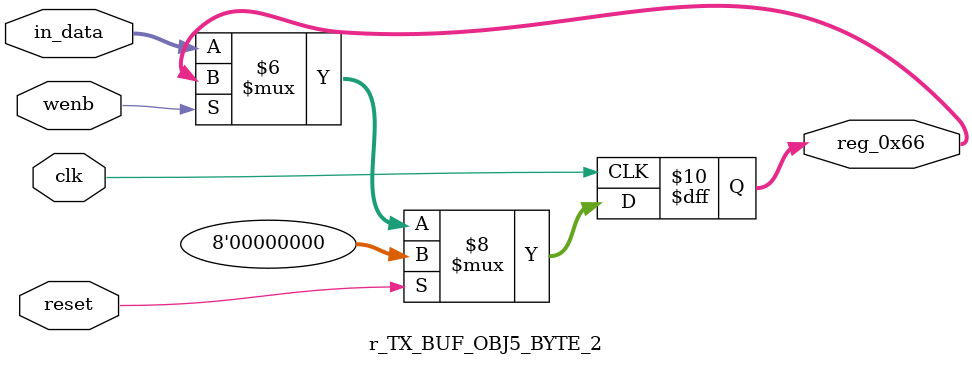
<source format=v>
module r_TX_BUF_OBJ5_BYTE_2(output reg [7:0] reg_0x66, input wire reset, input wire wenb, input wire [7:0] in_data, input wire clk);
	always@(posedge clk)
	begin
		if(reset==0) begin
			if(wenb==0)
				reg_0x66<=in_data;
			else
				reg_0x66<=reg_0x66;
		end
		else
			reg_0x66<=8'h00;
	end
endmodule
</source>
